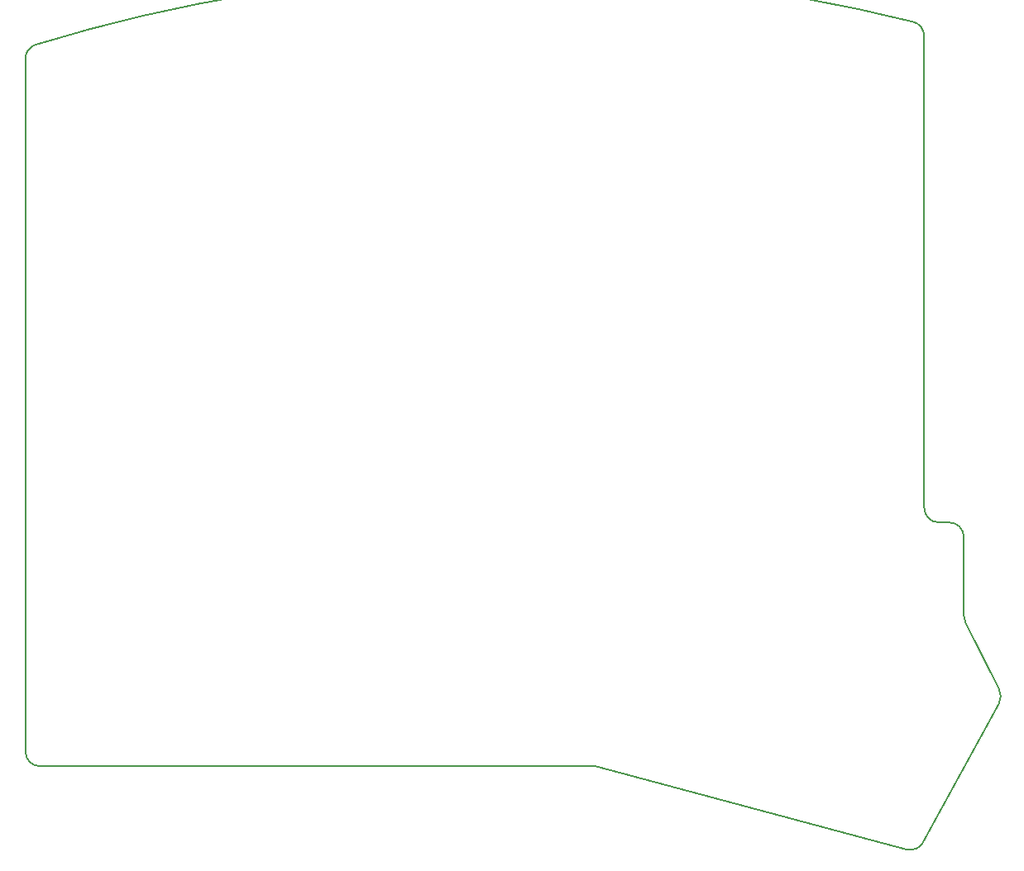
<source format=gbr>
G04 #@! TF.GenerationSoftware,KiCad,Pcbnew,(5.1.9-0-10_14)*
G04 #@! TF.CreationDate,2021-02-04T04:09:05-06:00*
G04 #@! TF.ProjectId,microredox,6d696372-6f72-4656-946f-782e6b696361,rev?*
G04 #@! TF.SameCoordinates,Original*
G04 #@! TF.FileFunction,Profile,NP*
%FSLAX46Y46*%
G04 Gerber Fmt 4.6, Leading zero omitted, Abs format (unit mm)*
G04 Created by KiCad (PCBNEW (5.1.9-0-10_14)) date 2021-02-04 04:09:05*
%MOMM*%
%LPD*%
G01*
G04 APERTURE LIST*
G04 #@! TA.AperFunction,Profile*
%ADD10C,0.200000*%
G04 #@! TD*
G04 APERTURE END LIST*
D10*
X30117408Y-130915496D02*
X30117408Y-142915496D01*
X88336525Y-148210496D02*
G75*
G02*
X88724754Y-148261607I1J-1500000D01*
G01*
X126345657Y-133473595D02*
X129791217Y-140367789D01*
X129791217Y-140367789D02*
G75*
G02*
X129767683Y-141754108I-1341760J-670581D01*
G01*
X122117408Y-73405759D02*
X122117408Y-121739249D01*
X120981730Y-71950675D02*
G75*
G02*
X122117408Y-73405759I-364322J-1455084D01*
G01*
X31177773Y-74291591D02*
G75*
G02*
X120981730Y-71950675I49108300J-160195519D01*
G01*
X30117408Y-146710496D02*
X30117408Y-142915496D01*
X88336526Y-148210496D02*
X31617408Y-148210496D01*
X31617408Y-148210496D02*
G75*
G02*
X30117408Y-146710496I0J1500000D01*
G01*
X30117408Y-75725719D02*
G75*
G02*
X31177773Y-74291592I1500000J0D01*
G01*
X30117408Y-130915496D02*
X30117408Y-75725719D01*
X122034655Y-155996574D02*
G75*
G02*
X120328200Y-156729725I-1318226J715738D01*
G01*
X129767683Y-141754108D02*
X122034654Y-155996574D01*
X126345658Y-133473595D02*
G75*
G02*
X126187418Y-132803014I1341760J670581D01*
G01*
X126187418Y-124739249D02*
X126187418Y-132803014D01*
X124687418Y-123239249D02*
G75*
G02*
X126187418Y-124739249I0J-1500000D01*
G01*
X123617408Y-123239249D02*
X124687418Y-123239249D01*
X123617408Y-123239249D02*
G75*
G02*
X122117408Y-121739249I0J1500000D01*
G01*
X120328200Y-156729725D02*
X88724754Y-148261607D01*
M02*

</source>
